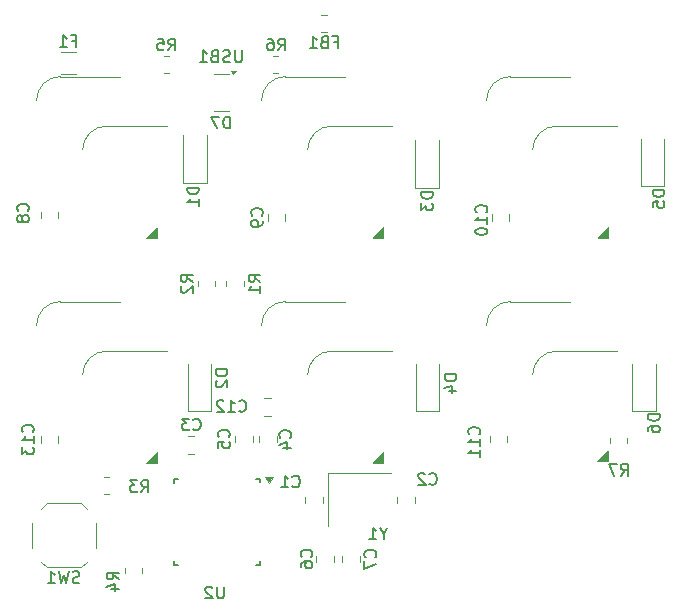
<source format=gbr>
G04 #@! TF.GenerationSoftware,KiCad,Pcbnew,8.0.2*
G04 #@! TF.CreationDate,2024-06-23T16:14:43-05:00*
G04 #@! TF.ProjectId,6KeyMacroPad,364b6579-4d61-4637-926f-5061642e6b69,rev?*
G04 #@! TF.SameCoordinates,Original*
G04 #@! TF.FileFunction,Legend,Bot*
G04 #@! TF.FilePolarity,Positive*
%FSLAX46Y46*%
G04 Gerber Fmt 4.6, Leading zero omitted, Abs format (unit mm)*
G04 Created by KiCad (PCBNEW 8.0.2) date 2024-06-23 16:14:43*
%MOMM*%
%LPD*%
G01*
G04 APERTURE LIST*
%ADD10C,0.150000*%
%ADD11C,0.120000*%
%ADD12C,0.100000*%
G04 APERTURE END LIST*
D10*
X149133332Y-116107200D02*
X148990475Y-116154819D01*
X148990475Y-116154819D02*
X148752380Y-116154819D01*
X148752380Y-116154819D02*
X148657142Y-116107200D01*
X148657142Y-116107200D02*
X148609523Y-116059580D01*
X148609523Y-116059580D02*
X148561904Y-115964342D01*
X148561904Y-115964342D02*
X148561904Y-115869104D01*
X148561904Y-115869104D02*
X148609523Y-115773866D01*
X148609523Y-115773866D02*
X148657142Y-115726247D01*
X148657142Y-115726247D02*
X148752380Y-115678628D01*
X148752380Y-115678628D02*
X148942856Y-115631009D01*
X148942856Y-115631009D02*
X149038094Y-115583390D01*
X149038094Y-115583390D02*
X149085713Y-115535771D01*
X149085713Y-115535771D02*
X149133332Y-115440533D01*
X149133332Y-115440533D02*
X149133332Y-115345295D01*
X149133332Y-115345295D02*
X149085713Y-115250057D01*
X149085713Y-115250057D02*
X149038094Y-115202438D01*
X149038094Y-115202438D02*
X148942856Y-115154819D01*
X148942856Y-115154819D02*
X148704761Y-115154819D01*
X148704761Y-115154819D02*
X148561904Y-115202438D01*
X148228570Y-115154819D02*
X147990475Y-116154819D01*
X147990475Y-116154819D02*
X147799999Y-115440533D01*
X147799999Y-115440533D02*
X147609523Y-116154819D01*
X147609523Y-116154819D02*
X147371428Y-115154819D01*
X146466666Y-116154819D02*
X147038094Y-116154819D01*
X146752380Y-116154819D02*
X146752380Y-115154819D01*
X146752380Y-115154819D02*
X146847618Y-115297676D01*
X146847618Y-115297676D02*
X146942856Y-115392914D01*
X146942856Y-115392914D02*
X147038094Y-115440533D01*
X178766666Y-107739580D02*
X178814285Y-107787200D01*
X178814285Y-107787200D02*
X178957142Y-107834819D01*
X178957142Y-107834819D02*
X179052380Y-107834819D01*
X179052380Y-107834819D02*
X179195237Y-107787200D01*
X179195237Y-107787200D02*
X179290475Y-107691961D01*
X179290475Y-107691961D02*
X179338094Y-107596723D01*
X179338094Y-107596723D02*
X179385713Y-107406247D01*
X179385713Y-107406247D02*
X179385713Y-107263390D01*
X179385713Y-107263390D02*
X179338094Y-107072914D01*
X179338094Y-107072914D02*
X179290475Y-106977676D01*
X179290475Y-106977676D02*
X179195237Y-106882438D01*
X179195237Y-106882438D02*
X179052380Y-106834819D01*
X179052380Y-106834819D02*
X178957142Y-106834819D01*
X178957142Y-106834819D02*
X178814285Y-106882438D01*
X178814285Y-106882438D02*
X178766666Y-106930057D01*
X178385713Y-106930057D02*
X178338094Y-106882438D01*
X178338094Y-106882438D02*
X178242856Y-106834819D01*
X178242856Y-106834819D02*
X178004761Y-106834819D01*
X178004761Y-106834819D02*
X177909523Y-106882438D01*
X177909523Y-106882438D02*
X177861904Y-106930057D01*
X177861904Y-106930057D02*
X177814285Y-107025295D01*
X177814285Y-107025295D02*
X177814285Y-107120533D01*
X177814285Y-107120533D02*
X177861904Y-107263390D01*
X177861904Y-107263390D02*
X178433332Y-107834819D01*
X178433332Y-107834819D02*
X177814285Y-107834819D01*
X161759580Y-103783333D02*
X161807200Y-103735714D01*
X161807200Y-103735714D02*
X161854819Y-103592857D01*
X161854819Y-103592857D02*
X161854819Y-103497619D01*
X161854819Y-103497619D02*
X161807200Y-103354762D01*
X161807200Y-103354762D02*
X161711961Y-103259524D01*
X161711961Y-103259524D02*
X161616723Y-103211905D01*
X161616723Y-103211905D02*
X161426247Y-103164286D01*
X161426247Y-103164286D02*
X161283390Y-103164286D01*
X161283390Y-103164286D02*
X161092914Y-103211905D01*
X161092914Y-103211905D02*
X160997676Y-103259524D01*
X160997676Y-103259524D02*
X160902438Y-103354762D01*
X160902438Y-103354762D02*
X160854819Y-103497619D01*
X160854819Y-103497619D02*
X160854819Y-103592857D01*
X160854819Y-103592857D02*
X160902438Y-103735714D01*
X160902438Y-103735714D02*
X160950057Y-103783333D01*
X160854819Y-104688095D02*
X160854819Y-104211905D01*
X160854819Y-104211905D02*
X161331009Y-104164286D01*
X161331009Y-104164286D02*
X161283390Y-104211905D01*
X161283390Y-104211905D02*
X161235771Y-104307143D01*
X161235771Y-104307143D02*
X161235771Y-104545238D01*
X161235771Y-104545238D02*
X161283390Y-104640476D01*
X161283390Y-104640476D02*
X161331009Y-104688095D01*
X161331009Y-104688095D02*
X161426247Y-104735714D01*
X161426247Y-104735714D02*
X161664342Y-104735714D01*
X161664342Y-104735714D02*
X161759580Y-104688095D01*
X161759580Y-104688095D02*
X161807200Y-104640476D01*
X161807200Y-104640476D02*
X161854819Y-104545238D01*
X161854819Y-104545238D02*
X161854819Y-104307143D01*
X161854819Y-104307143D02*
X161807200Y-104211905D01*
X161807200Y-104211905D02*
X161759580Y-104164286D01*
X154366666Y-108454819D02*
X154699999Y-107978628D01*
X154938094Y-108454819D02*
X154938094Y-107454819D01*
X154938094Y-107454819D02*
X154557142Y-107454819D01*
X154557142Y-107454819D02*
X154461904Y-107502438D01*
X154461904Y-107502438D02*
X154414285Y-107550057D01*
X154414285Y-107550057D02*
X154366666Y-107645295D01*
X154366666Y-107645295D02*
X154366666Y-107788152D01*
X154366666Y-107788152D02*
X154414285Y-107883390D01*
X154414285Y-107883390D02*
X154461904Y-107931009D01*
X154461904Y-107931009D02*
X154557142Y-107978628D01*
X154557142Y-107978628D02*
X154938094Y-107978628D01*
X154033332Y-107454819D02*
X153414285Y-107454819D01*
X153414285Y-107454819D02*
X153747618Y-107835771D01*
X153747618Y-107835771D02*
X153604761Y-107835771D01*
X153604761Y-107835771D02*
X153509523Y-107883390D01*
X153509523Y-107883390D02*
X153461904Y-107931009D01*
X153461904Y-107931009D02*
X153414285Y-108026247D01*
X153414285Y-108026247D02*
X153414285Y-108264342D01*
X153414285Y-108264342D02*
X153461904Y-108359580D01*
X153461904Y-108359580D02*
X153509523Y-108407200D01*
X153509523Y-108407200D02*
X153604761Y-108454819D01*
X153604761Y-108454819D02*
X153890475Y-108454819D01*
X153890475Y-108454819D02*
X153985713Y-108407200D01*
X153985713Y-108407200D02*
X154033332Y-108359580D01*
X152454819Y-115833333D02*
X151978628Y-115500000D01*
X152454819Y-115261905D02*
X151454819Y-115261905D01*
X151454819Y-115261905D02*
X151454819Y-115642857D01*
X151454819Y-115642857D02*
X151502438Y-115738095D01*
X151502438Y-115738095D02*
X151550057Y-115785714D01*
X151550057Y-115785714D02*
X151645295Y-115833333D01*
X151645295Y-115833333D02*
X151788152Y-115833333D01*
X151788152Y-115833333D02*
X151883390Y-115785714D01*
X151883390Y-115785714D02*
X151931009Y-115738095D01*
X151931009Y-115738095D02*
X151978628Y-115642857D01*
X151978628Y-115642857D02*
X151978628Y-115261905D01*
X151788152Y-116690476D02*
X152454819Y-116690476D01*
X151407200Y-116452381D02*
X152121485Y-116214286D01*
X152121485Y-116214286D02*
X152121485Y-116833333D01*
X158704819Y-90633333D02*
X158228628Y-90300000D01*
X158704819Y-90061905D02*
X157704819Y-90061905D01*
X157704819Y-90061905D02*
X157704819Y-90442857D01*
X157704819Y-90442857D02*
X157752438Y-90538095D01*
X157752438Y-90538095D02*
X157800057Y-90585714D01*
X157800057Y-90585714D02*
X157895295Y-90633333D01*
X157895295Y-90633333D02*
X158038152Y-90633333D01*
X158038152Y-90633333D02*
X158133390Y-90585714D01*
X158133390Y-90585714D02*
X158181009Y-90538095D01*
X158181009Y-90538095D02*
X158228628Y-90442857D01*
X158228628Y-90442857D02*
X158228628Y-90061905D01*
X157800057Y-91014286D02*
X157752438Y-91061905D01*
X157752438Y-91061905D02*
X157704819Y-91157143D01*
X157704819Y-91157143D02*
X157704819Y-91395238D01*
X157704819Y-91395238D02*
X157752438Y-91490476D01*
X157752438Y-91490476D02*
X157800057Y-91538095D01*
X157800057Y-91538095D02*
X157895295Y-91585714D01*
X157895295Y-91585714D02*
X157990533Y-91585714D01*
X157990533Y-91585714D02*
X158133390Y-91538095D01*
X158133390Y-91538095D02*
X158704819Y-90966667D01*
X158704819Y-90966667D02*
X158704819Y-91585714D01*
X161881094Y-77654819D02*
X161881094Y-76654819D01*
X161881094Y-76654819D02*
X161642999Y-76654819D01*
X161642999Y-76654819D02*
X161500142Y-76702438D01*
X161500142Y-76702438D02*
X161404904Y-76797676D01*
X161404904Y-76797676D02*
X161357285Y-76892914D01*
X161357285Y-76892914D02*
X161309666Y-77083390D01*
X161309666Y-77083390D02*
X161309666Y-77226247D01*
X161309666Y-77226247D02*
X161357285Y-77416723D01*
X161357285Y-77416723D02*
X161404904Y-77511961D01*
X161404904Y-77511961D02*
X161500142Y-77607200D01*
X161500142Y-77607200D02*
X161642999Y-77654819D01*
X161642999Y-77654819D02*
X161881094Y-77654819D01*
X160976332Y-76654819D02*
X160309666Y-76654819D01*
X160309666Y-76654819D02*
X160738237Y-77654819D01*
X144759580Y-84633333D02*
X144807200Y-84585714D01*
X144807200Y-84585714D02*
X144854819Y-84442857D01*
X144854819Y-84442857D02*
X144854819Y-84347619D01*
X144854819Y-84347619D02*
X144807200Y-84204762D01*
X144807200Y-84204762D02*
X144711961Y-84109524D01*
X144711961Y-84109524D02*
X144616723Y-84061905D01*
X144616723Y-84061905D02*
X144426247Y-84014286D01*
X144426247Y-84014286D02*
X144283390Y-84014286D01*
X144283390Y-84014286D02*
X144092914Y-84061905D01*
X144092914Y-84061905D02*
X143997676Y-84109524D01*
X143997676Y-84109524D02*
X143902438Y-84204762D01*
X143902438Y-84204762D02*
X143854819Y-84347619D01*
X143854819Y-84347619D02*
X143854819Y-84442857D01*
X143854819Y-84442857D02*
X143902438Y-84585714D01*
X143902438Y-84585714D02*
X143950057Y-84633333D01*
X144283390Y-85204762D02*
X144235771Y-85109524D01*
X144235771Y-85109524D02*
X144188152Y-85061905D01*
X144188152Y-85061905D02*
X144092914Y-85014286D01*
X144092914Y-85014286D02*
X144045295Y-85014286D01*
X144045295Y-85014286D02*
X143950057Y-85061905D01*
X143950057Y-85061905D02*
X143902438Y-85109524D01*
X143902438Y-85109524D02*
X143854819Y-85204762D01*
X143854819Y-85204762D02*
X143854819Y-85395238D01*
X143854819Y-85395238D02*
X143902438Y-85490476D01*
X143902438Y-85490476D02*
X143950057Y-85538095D01*
X143950057Y-85538095D02*
X144045295Y-85585714D01*
X144045295Y-85585714D02*
X144092914Y-85585714D01*
X144092914Y-85585714D02*
X144188152Y-85538095D01*
X144188152Y-85538095D02*
X144235771Y-85490476D01*
X144235771Y-85490476D02*
X144283390Y-85395238D01*
X144283390Y-85395238D02*
X144283390Y-85204762D01*
X144283390Y-85204762D02*
X144331009Y-85109524D01*
X144331009Y-85109524D02*
X144378628Y-85061905D01*
X144378628Y-85061905D02*
X144473866Y-85014286D01*
X144473866Y-85014286D02*
X144664342Y-85014286D01*
X144664342Y-85014286D02*
X144759580Y-85061905D01*
X144759580Y-85061905D02*
X144807200Y-85109524D01*
X144807200Y-85109524D02*
X144854819Y-85204762D01*
X144854819Y-85204762D02*
X144854819Y-85395238D01*
X144854819Y-85395238D02*
X144807200Y-85490476D01*
X144807200Y-85490476D02*
X144759580Y-85538095D01*
X144759580Y-85538095D02*
X144664342Y-85585714D01*
X144664342Y-85585714D02*
X144473866Y-85585714D01*
X144473866Y-85585714D02*
X144378628Y-85538095D01*
X144378628Y-85538095D02*
X144331009Y-85490476D01*
X144331009Y-85490476D02*
X144283390Y-85395238D01*
X167166666Y-107959580D02*
X167214285Y-108007200D01*
X167214285Y-108007200D02*
X167357142Y-108054819D01*
X167357142Y-108054819D02*
X167452380Y-108054819D01*
X167452380Y-108054819D02*
X167595237Y-108007200D01*
X167595237Y-108007200D02*
X167690475Y-107911961D01*
X167690475Y-107911961D02*
X167738094Y-107816723D01*
X167738094Y-107816723D02*
X167785713Y-107626247D01*
X167785713Y-107626247D02*
X167785713Y-107483390D01*
X167785713Y-107483390D02*
X167738094Y-107292914D01*
X167738094Y-107292914D02*
X167690475Y-107197676D01*
X167690475Y-107197676D02*
X167595237Y-107102438D01*
X167595237Y-107102438D02*
X167452380Y-107054819D01*
X167452380Y-107054819D02*
X167357142Y-107054819D01*
X167357142Y-107054819D02*
X167214285Y-107102438D01*
X167214285Y-107102438D02*
X167166666Y-107150057D01*
X166214285Y-108054819D02*
X166785713Y-108054819D01*
X166499999Y-108054819D02*
X166499999Y-107054819D01*
X166499999Y-107054819D02*
X166595237Y-107197676D01*
X166595237Y-107197676D02*
X166690475Y-107292914D01*
X166690475Y-107292914D02*
X166785713Y-107340533D01*
X158766666Y-103129580D02*
X158814285Y-103177200D01*
X158814285Y-103177200D02*
X158957142Y-103224819D01*
X158957142Y-103224819D02*
X159052380Y-103224819D01*
X159052380Y-103224819D02*
X159195237Y-103177200D01*
X159195237Y-103177200D02*
X159290475Y-103081961D01*
X159290475Y-103081961D02*
X159338094Y-102986723D01*
X159338094Y-102986723D02*
X159385713Y-102796247D01*
X159385713Y-102796247D02*
X159385713Y-102653390D01*
X159385713Y-102653390D02*
X159338094Y-102462914D01*
X159338094Y-102462914D02*
X159290475Y-102367676D01*
X159290475Y-102367676D02*
X159195237Y-102272438D01*
X159195237Y-102272438D02*
X159052380Y-102224819D01*
X159052380Y-102224819D02*
X158957142Y-102224819D01*
X158957142Y-102224819D02*
X158814285Y-102272438D01*
X158814285Y-102272438D02*
X158766666Y-102320057D01*
X158433332Y-102224819D02*
X157814285Y-102224819D01*
X157814285Y-102224819D02*
X158147618Y-102605771D01*
X158147618Y-102605771D02*
X158004761Y-102605771D01*
X158004761Y-102605771D02*
X157909523Y-102653390D01*
X157909523Y-102653390D02*
X157861904Y-102701009D01*
X157861904Y-102701009D02*
X157814285Y-102796247D01*
X157814285Y-102796247D02*
X157814285Y-103034342D01*
X157814285Y-103034342D02*
X157861904Y-103129580D01*
X157861904Y-103129580D02*
X157909523Y-103177200D01*
X157909523Y-103177200D02*
X158004761Y-103224819D01*
X158004761Y-103224819D02*
X158290475Y-103224819D01*
X158290475Y-103224819D02*
X158385713Y-103177200D01*
X158385713Y-103177200D02*
X158433332Y-103129580D01*
X145159580Y-103357142D02*
X145207200Y-103309523D01*
X145207200Y-103309523D02*
X145254819Y-103166666D01*
X145254819Y-103166666D02*
X145254819Y-103071428D01*
X145254819Y-103071428D02*
X145207200Y-102928571D01*
X145207200Y-102928571D02*
X145111961Y-102833333D01*
X145111961Y-102833333D02*
X145016723Y-102785714D01*
X145016723Y-102785714D02*
X144826247Y-102738095D01*
X144826247Y-102738095D02*
X144683390Y-102738095D01*
X144683390Y-102738095D02*
X144492914Y-102785714D01*
X144492914Y-102785714D02*
X144397676Y-102833333D01*
X144397676Y-102833333D02*
X144302438Y-102928571D01*
X144302438Y-102928571D02*
X144254819Y-103071428D01*
X144254819Y-103071428D02*
X144254819Y-103166666D01*
X144254819Y-103166666D02*
X144302438Y-103309523D01*
X144302438Y-103309523D02*
X144350057Y-103357142D01*
X145254819Y-104309523D02*
X145254819Y-103738095D01*
X145254819Y-104023809D02*
X144254819Y-104023809D01*
X144254819Y-104023809D02*
X144397676Y-103928571D01*
X144397676Y-103928571D02*
X144492914Y-103833333D01*
X144492914Y-103833333D02*
X144540533Y-103738095D01*
X144254819Y-104642857D02*
X144254819Y-105261904D01*
X144254819Y-105261904D02*
X144635771Y-104928571D01*
X144635771Y-104928571D02*
X144635771Y-105071428D01*
X144635771Y-105071428D02*
X144683390Y-105166666D01*
X144683390Y-105166666D02*
X144731009Y-105214285D01*
X144731009Y-105214285D02*
X144826247Y-105261904D01*
X144826247Y-105261904D02*
X145064342Y-105261904D01*
X145064342Y-105261904D02*
X145159580Y-105214285D01*
X145159580Y-105214285D02*
X145207200Y-105166666D01*
X145207200Y-105166666D02*
X145254819Y-105071428D01*
X145254819Y-105071428D02*
X145254819Y-104785714D01*
X145254819Y-104785714D02*
X145207200Y-104690476D01*
X145207200Y-104690476D02*
X145159580Y-104642857D01*
X166959580Y-103833333D02*
X167007200Y-103785714D01*
X167007200Y-103785714D02*
X167054819Y-103642857D01*
X167054819Y-103642857D02*
X167054819Y-103547619D01*
X167054819Y-103547619D02*
X167007200Y-103404762D01*
X167007200Y-103404762D02*
X166911961Y-103309524D01*
X166911961Y-103309524D02*
X166816723Y-103261905D01*
X166816723Y-103261905D02*
X166626247Y-103214286D01*
X166626247Y-103214286D02*
X166483390Y-103214286D01*
X166483390Y-103214286D02*
X166292914Y-103261905D01*
X166292914Y-103261905D02*
X166197676Y-103309524D01*
X166197676Y-103309524D02*
X166102438Y-103404762D01*
X166102438Y-103404762D02*
X166054819Y-103547619D01*
X166054819Y-103547619D02*
X166054819Y-103642857D01*
X166054819Y-103642857D02*
X166102438Y-103785714D01*
X166102438Y-103785714D02*
X166150057Y-103833333D01*
X166388152Y-104690476D02*
X167054819Y-104690476D01*
X166007200Y-104452381D02*
X166721485Y-104214286D01*
X166721485Y-104214286D02*
X166721485Y-104833333D01*
X165966666Y-71054819D02*
X166299999Y-70578628D01*
X166538094Y-71054819D02*
X166538094Y-70054819D01*
X166538094Y-70054819D02*
X166157142Y-70054819D01*
X166157142Y-70054819D02*
X166061904Y-70102438D01*
X166061904Y-70102438D02*
X166014285Y-70150057D01*
X166014285Y-70150057D02*
X165966666Y-70245295D01*
X165966666Y-70245295D02*
X165966666Y-70388152D01*
X165966666Y-70388152D02*
X166014285Y-70483390D01*
X166014285Y-70483390D02*
X166061904Y-70531009D01*
X166061904Y-70531009D02*
X166157142Y-70578628D01*
X166157142Y-70578628D02*
X166538094Y-70578628D01*
X165109523Y-70054819D02*
X165299999Y-70054819D01*
X165299999Y-70054819D02*
X165395237Y-70102438D01*
X165395237Y-70102438D02*
X165442856Y-70150057D01*
X165442856Y-70150057D02*
X165538094Y-70292914D01*
X165538094Y-70292914D02*
X165585713Y-70483390D01*
X165585713Y-70483390D02*
X165585713Y-70864342D01*
X165585713Y-70864342D02*
X165538094Y-70959580D01*
X165538094Y-70959580D02*
X165490475Y-71007200D01*
X165490475Y-71007200D02*
X165395237Y-71054819D01*
X165395237Y-71054819D02*
X165204761Y-71054819D01*
X165204761Y-71054819D02*
X165109523Y-71007200D01*
X165109523Y-71007200D02*
X165061904Y-70959580D01*
X165061904Y-70959580D02*
X165014285Y-70864342D01*
X165014285Y-70864342D02*
X165014285Y-70626247D01*
X165014285Y-70626247D02*
X165061904Y-70531009D01*
X165061904Y-70531009D02*
X165109523Y-70483390D01*
X165109523Y-70483390D02*
X165204761Y-70435771D01*
X165204761Y-70435771D02*
X165395237Y-70435771D01*
X165395237Y-70435771D02*
X165490475Y-70483390D01*
X165490475Y-70483390D02*
X165538094Y-70531009D01*
X165538094Y-70531009D02*
X165585713Y-70626247D01*
X170695833Y-70331009D02*
X171029166Y-70331009D01*
X171029166Y-70854819D02*
X171029166Y-69854819D01*
X171029166Y-69854819D02*
X170552976Y-69854819D01*
X169838690Y-70331009D02*
X169695833Y-70378628D01*
X169695833Y-70378628D02*
X169648214Y-70426247D01*
X169648214Y-70426247D02*
X169600595Y-70521485D01*
X169600595Y-70521485D02*
X169600595Y-70664342D01*
X169600595Y-70664342D02*
X169648214Y-70759580D01*
X169648214Y-70759580D02*
X169695833Y-70807200D01*
X169695833Y-70807200D02*
X169791071Y-70854819D01*
X169791071Y-70854819D02*
X170172023Y-70854819D01*
X170172023Y-70854819D02*
X170172023Y-69854819D01*
X170172023Y-69854819D02*
X169838690Y-69854819D01*
X169838690Y-69854819D02*
X169743452Y-69902438D01*
X169743452Y-69902438D02*
X169695833Y-69950057D01*
X169695833Y-69950057D02*
X169648214Y-70045295D01*
X169648214Y-70045295D02*
X169648214Y-70140533D01*
X169648214Y-70140533D02*
X169695833Y-70235771D01*
X169695833Y-70235771D02*
X169743452Y-70283390D01*
X169743452Y-70283390D02*
X169838690Y-70331009D01*
X169838690Y-70331009D02*
X170172023Y-70331009D01*
X168648214Y-70854819D02*
X169219642Y-70854819D01*
X168933928Y-70854819D02*
X168933928Y-69854819D01*
X168933928Y-69854819D02*
X169029166Y-69997676D01*
X169029166Y-69997676D02*
X169124404Y-70092914D01*
X169124404Y-70092914D02*
X169219642Y-70140533D01*
X174876190Y-111978628D02*
X174876190Y-112454819D01*
X175209523Y-111454819D02*
X174876190Y-111978628D01*
X174876190Y-111978628D02*
X174542857Y-111454819D01*
X173685714Y-112454819D02*
X174257142Y-112454819D01*
X173971428Y-112454819D02*
X173971428Y-111454819D01*
X173971428Y-111454819D02*
X174066666Y-111597676D01*
X174066666Y-111597676D02*
X174161904Y-111692914D01*
X174161904Y-111692914D02*
X174257142Y-111740533D01*
X181048569Y-98480655D02*
X180048569Y-98480655D01*
X180048569Y-98480655D02*
X180048569Y-98718750D01*
X180048569Y-98718750D02*
X180096188Y-98861607D01*
X180096188Y-98861607D02*
X180191426Y-98956845D01*
X180191426Y-98956845D02*
X180286664Y-99004464D01*
X180286664Y-99004464D02*
X180477140Y-99052083D01*
X180477140Y-99052083D02*
X180619997Y-99052083D01*
X180619997Y-99052083D02*
X180810473Y-99004464D01*
X180810473Y-99004464D02*
X180905711Y-98956845D01*
X180905711Y-98956845D02*
X181000950Y-98861607D01*
X181000950Y-98861607D02*
X181048569Y-98718750D01*
X181048569Y-98718750D02*
X181048569Y-98480655D01*
X180381902Y-99909226D02*
X181048569Y-99909226D01*
X180000950Y-99671131D02*
X180715235Y-99433036D01*
X180715235Y-99433036D02*
X180715235Y-100052083D01*
X198654819Y-82861905D02*
X197654819Y-82861905D01*
X197654819Y-82861905D02*
X197654819Y-83100000D01*
X197654819Y-83100000D02*
X197702438Y-83242857D01*
X197702438Y-83242857D02*
X197797676Y-83338095D01*
X197797676Y-83338095D02*
X197892914Y-83385714D01*
X197892914Y-83385714D02*
X198083390Y-83433333D01*
X198083390Y-83433333D02*
X198226247Y-83433333D01*
X198226247Y-83433333D02*
X198416723Y-83385714D01*
X198416723Y-83385714D02*
X198511961Y-83338095D01*
X198511961Y-83338095D02*
X198607200Y-83242857D01*
X198607200Y-83242857D02*
X198654819Y-83100000D01*
X198654819Y-83100000D02*
X198654819Y-82861905D01*
X197654819Y-84338095D02*
X197654819Y-83861905D01*
X197654819Y-83861905D02*
X198131009Y-83814286D01*
X198131009Y-83814286D02*
X198083390Y-83861905D01*
X198083390Y-83861905D02*
X198035771Y-83957143D01*
X198035771Y-83957143D02*
X198035771Y-84195238D01*
X198035771Y-84195238D02*
X198083390Y-84290476D01*
X198083390Y-84290476D02*
X198131009Y-84338095D01*
X198131009Y-84338095D02*
X198226247Y-84385714D01*
X198226247Y-84385714D02*
X198464342Y-84385714D01*
X198464342Y-84385714D02*
X198559580Y-84338095D01*
X198559580Y-84338095D02*
X198607200Y-84290476D01*
X198607200Y-84290476D02*
X198654819Y-84195238D01*
X198654819Y-84195238D02*
X198654819Y-83957143D01*
X198654819Y-83957143D02*
X198607200Y-83861905D01*
X198607200Y-83861905D02*
X198559580Y-83814286D01*
X179054819Y-83061905D02*
X178054819Y-83061905D01*
X178054819Y-83061905D02*
X178054819Y-83300000D01*
X178054819Y-83300000D02*
X178102438Y-83442857D01*
X178102438Y-83442857D02*
X178197676Y-83538095D01*
X178197676Y-83538095D02*
X178292914Y-83585714D01*
X178292914Y-83585714D02*
X178483390Y-83633333D01*
X178483390Y-83633333D02*
X178626247Y-83633333D01*
X178626247Y-83633333D02*
X178816723Y-83585714D01*
X178816723Y-83585714D02*
X178911961Y-83538095D01*
X178911961Y-83538095D02*
X179007200Y-83442857D01*
X179007200Y-83442857D02*
X179054819Y-83300000D01*
X179054819Y-83300000D02*
X179054819Y-83061905D01*
X178054819Y-83966667D02*
X178054819Y-84585714D01*
X178054819Y-84585714D02*
X178435771Y-84252381D01*
X178435771Y-84252381D02*
X178435771Y-84395238D01*
X178435771Y-84395238D02*
X178483390Y-84490476D01*
X178483390Y-84490476D02*
X178531009Y-84538095D01*
X178531009Y-84538095D02*
X178626247Y-84585714D01*
X178626247Y-84585714D02*
X178864342Y-84585714D01*
X178864342Y-84585714D02*
X178959580Y-84538095D01*
X178959580Y-84538095D02*
X179007200Y-84490476D01*
X179007200Y-84490476D02*
X179054819Y-84395238D01*
X179054819Y-84395238D02*
X179054819Y-84109524D01*
X179054819Y-84109524D02*
X179007200Y-84014286D01*
X179007200Y-84014286D02*
X178959580Y-83966667D01*
X164454819Y-90633333D02*
X163978628Y-90300000D01*
X164454819Y-90061905D02*
X163454819Y-90061905D01*
X163454819Y-90061905D02*
X163454819Y-90442857D01*
X163454819Y-90442857D02*
X163502438Y-90538095D01*
X163502438Y-90538095D02*
X163550057Y-90585714D01*
X163550057Y-90585714D02*
X163645295Y-90633333D01*
X163645295Y-90633333D02*
X163788152Y-90633333D01*
X163788152Y-90633333D02*
X163883390Y-90585714D01*
X163883390Y-90585714D02*
X163931009Y-90538095D01*
X163931009Y-90538095D02*
X163978628Y-90442857D01*
X163978628Y-90442857D02*
X163978628Y-90061905D01*
X164454819Y-91585714D02*
X164454819Y-91014286D01*
X164454819Y-91300000D02*
X163454819Y-91300000D01*
X163454819Y-91300000D02*
X163597676Y-91204762D01*
X163597676Y-91204762D02*
X163692914Y-91109524D01*
X163692914Y-91109524D02*
X163740533Y-91014286D01*
X156666666Y-71054819D02*
X156999999Y-70578628D01*
X157238094Y-71054819D02*
X157238094Y-70054819D01*
X157238094Y-70054819D02*
X156857142Y-70054819D01*
X156857142Y-70054819D02*
X156761904Y-70102438D01*
X156761904Y-70102438D02*
X156714285Y-70150057D01*
X156714285Y-70150057D02*
X156666666Y-70245295D01*
X156666666Y-70245295D02*
X156666666Y-70388152D01*
X156666666Y-70388152D02*
X156714285Y-70483390D01*
X156714285Y-70483390D02*
X156761904Y-70531009D01*
X156761904Y-70531009D02*
X156857142Y-70578628D01*
X156857142Y-70578628D02*
X157238094Y-70578628D01*
X155761904Y-70054819D02*
X156238094Y-70054819D01*
X156238094Y-70054819D02*
X156285713Y-70531009D01*
X156285713Y-70531009D02*
X156238094Y-70483390D01*
X156238094Y-70483390D02*
X156142856Y-70435771D01*
X156142856Y-70435771D02*
X155904761Y-70435771D01*
X155904761Y-70435771D02*
X155809523Y-70483390D01*
X155809523Y-70483390D02*
X155761904Y-70531009D01*
X155761904Y-70531009D02*
X155714285Y-70626247D01*
X155714285Y-70626247D02*
X155714285Y-70864342D01*
X155714285Y-70864342D02*
X155761904Y-70959580D01*
X155761904Y-70959580D02*
X155809523Y-71007200D01*
X155809523Y-71007200D02*
X155904761Y-71054819D01*
X155904761Y-71054819D02*
X156142856Y-71054819D01*
X156142856Y-71054819D02*
X156238094Y-71007200D01*
X156238094Y-71007200D02*
X156285713Y-70959580D01*
X162642857Y-101559580D02*
X162690476Y-101607200D01*
X162690476Y-101607200D02*
X162833333Y-101654819D01*
X162833333Y-101654819D02*
X162928571Y-101654819D01*
X162928571Y-101654819D02*
X163071428Y-101607200D01*
X163071428Y-101607200D02*
X163166666Y-101511961D01*
X163166666Y-101511961D02*
X163214285Y-101416723D01*
X163214285Y-101416723D02*
X163261904Y-101226247D01*
X163261904Y-101226247D02*
X163261904Y-101083390D01*
X163261904Y-101083390D02*
X163214285Y-100892914D01*
X163214285Y-100892914D02*
X163166666Y-100797676D01*
X163166666Y-100797676D02*
X163071428Y-100702438D01*
X163071428Y-100702438D02*
X162928571Y-100654819D01*
X162928571Y-100654819D02*
X162833333Y-100654819D01*
X162833333Y-100654819D02*
X162690476Y-100702438D01*
X162690476Y-100702438D02*
X162642857Y-100750057D01*
X161690476Y-101654819D02*
X162261904Y-101654819D01*
X161976190Y-101654819D02*
X161976190Y-100654819D01*
X161976190Y-100654819D02*
X162071428Y-100797676D01*
X162071428Y-100797676D02*
X162166666Y-100892914D01*
X162166666Y-100892914D02*
X162261904Y-100940533D01*
X161309523Y-100750057D02*
X161261904Y-100702438D01*
X161261904Y-100702438D02*
X161166666Y-100654819D01*
X161166666Y-100654819D02*
X160928571Y-100654819D01*
X160928571Y-100654819D02*
X160833333Y-100702438D01*
X160833333Y-100702438D02*
X160785714Y-100750057D01*
X160785714Y-100750057D02*
X160738095Y-100845295D01*
X160738095Y-100845295D02*
X160738095Y-100940533D01*
X160738095Y-100940533D02*
X160785714Y-101083390D01*
X160785714Y-101083390D02*
X161357142Y-101654819D01*
X161357142Y-101654819D02*
X160738095Y-101654819D01*
X198254819Y-101861905D02*
X197254819Y-101861905D01*
X197254819Y-101861905D02*
X197254819Y-102100000D01*
X197254819Y-102100000D02*
X197302438Y-102242857D01*
X197302438Y-102242857D02*
X197397676Y-102338095D01*
X197397676Y-102338095D02*
X197492914Y-102385714D01*
X197492914Y-102385714D02*
X197683390Y-102433333D01*
X197683390Y-102433333D02*
X197826247Y-102433333D01*
X197826247Y-102433333D02*
X198016723Y-102385714D01*
X198016723Y-102385714D02*
X198111961Y-102338095D01*
X198111961Y-102338095D02*
X198207200Y-102242857D01*
X198207200Y-102242857D02*
X198254819Y-102100000D01*
X198254819Y-102100000D02*
X198254819Y-101861905D01*
X197254819Y-103290476D02*
X197254819Y-103100000D01*
X197254819Y-103100000D02*
X197302438Y-103004762D01*
X197302438Y-103004762D02*
X197350057Y-102957143D01*
X197350057Y-102957143D02*
X197492914Y-102861905D01*
X197492914Y-102861905D02*
X197683390Y-102814286D01*
X197683390Y-102814286D02*
X198064342Y-102814286D01*
X198064342Y-102814286D02*
X198159580Y-102861905D01*
X198159580Y-102861905D02*
X198207200Y-102909524D01*
X198207200Y-102909524D02*
X198254819Y-103004762D01*
X198254819Y-103004762D02*
X198254819Y-103195238D01*
X198254819Y-103195238D02*
X198207200Y-103290476D01*
X198207200Y-103290476D02*
X198159580Y-103338095D01*
X198159580Y-103338095D02*
X198064342Y-103385714D01*
X198064342Y-103385714D02*
X197826247Y-103385714D01*
X197826247Y-103385714D02*
X197731009Y-103338095D01*
X197731009Y-103338095D02*
X197683390Y-103290476D01*
X197683390Y-103290476D02*
X197635771Y-103195238D01*
X197635771Y-103195238D02*
X197635771Y-103004762D01*
X197635771Y-103004762D02*
X197683390Y-102909524D01*
X197683390Y-102909524D02*
X197731009Y-102861905D01*
X197731009Y-102861905D02*
X197826247Y-102814286D01*
X159254819Y-82661905D02*
X158254819Y-82661905D01*
X158254819Y-82661905D02*
X158254819Y-82900000D01*
X158254819Y-82900000D02*
X158302438Y-83042857D01*
X158302438Y-83042857D02*
X158397676Y-83138095D01*
X158397676Y-83138095D02*
X158492914Y-83185714D01*
X158492914Y-83185714D02*
X158683390Y-83233333D01*
X158683390Y-83233333D02*
X158826247Y-83233333D01*
X158826247Y-83233333D02*
X159016723Y-83185714D01*
X159016723Y-83185714D02*
X159111961Y-83138095D01*
X159111961Y-83138095D02*
X159207200Y-83042857D01*
X159207200Y-83042857D02*
X159254819Y-82900000D01*
X159254819Y-82900000D02*
X159254819Y-82661905D01*
X159254819Y-84185714D02*
X159254819Y-83614286D01*
X159254819Y-83900000D02*
X158254819Y-83900000D01*
X158254819Y-83900000D02*
X158397676Y-83804762D01*
X158397676Y-83804762D02*
X158492914Y-83709524D01*
X158492914Y-83709524D02*
X158540533Y-83614286D01*
X183559580Y-84757142D02*
X183607200Y-84709523D01*
X183607200Y-84709523D02*
X183654819Y-84566666D01*
X183654819Y-84566666D02*
X183654819Y-84471428D01*
X183654819Y-84471428D02*
X183607200Y-84328571D01*
X183607200Y-84328571D02*
X183511961Y-84233333D01*
X183511961Y-84233333D02*
X183416723Y-84185714D01*
X183416723Y-84185714D02*
X183226247Y-84138095D01*
X183226247Y-84138095D02*
X183083390Y-84138095D01*
X183083390Y-84138095D02*
X182892914Y-84185714D01*
X182892914Y-84185714D02*
X182797676Y-84233333D01*
X182797676Y-84233333D02*
X182702438Y-84328571D01*
X182702438Y-84328571D02*
X182654819Y-84471428D01*
X182654819Y-84471428D02*
X182654819Y-84566666D01*
X182654819Y-84566666D02*
X182702438Y-84709523D01*
X182702438Y-84709523D02*
X182750057Y-84757142D01*
X183654819Y-85709523D02*
X183654819Y-85138095D01*
X183654819Y-85423809D02*
X182654819Y-85423809D01*
X182654819Y-85423809D02*
X182797676Y-85328571D01*
X182797676Y-85328571D02*
X182892914Y-85233333D01*
X182892914Y-85233333D02*
X182940533Y-85138095D01*
X182654819Y-86328571D02*
X182654819Y-86423809D01*
X182654819Y-86423809D02*
X182702438Y-86519047D01*
X182702438Y-86519047D02*
X182750057Y-86566666D01*
X182750057Y-86566666D02*
X182845295Y-86614285D01*
X182845295Y-86614285D02*
X183035771Y-86661904D01*
X183035771Y-86661904D02*
X183273866Y-86661904D01*
X183273866Y-86661904D02*
X183464342Y-86614285D01*
X183464342Y-86614285D02*
X183559580Y-86566666D01*
X183559580Y-86566666D02*
X183607200Y-86519047D01*
X183607200Y-86519047D02*
X183654819Y-86423809D01*
X183654819Y-86423809D02*
X183654819Y-86328571D01*
X183654819Y-86328571D02*
X183607200Y-86233333D01*
X183607200Y-86233333D02*
X183559580Y-86185714D01*
X183559580Y-86185714D02*
X183464342Y-86138095D01*
X183464342Y-86138095D02*
X183273866Y-86090476D01*
X183273866Y-86090476D02*
X183035771Y-86090476D01*
X183035771Y-86090476D02*
X182845295Y-86138095D01*
X182845295Y-86138095D02*
X182750057Y-86185714D01*
X182750057Y-86185714D02*
X182702438Y-86233333D01*
X182702438Y-86233333D02*
X182654819Y-86328571D01*
X182959580Y-103557142D02*
X183007200Y-103509523D01*
X183007200Y-103509523D02*
X183054819Y-103366666D01*
X183054819Y-103366666D02*
X183054819Y-103271428D01*
X183054819Y-103271428D02*
X183007200Y-103128571D01*
X183007200Y-103128571D02*
X182911961Y-103033333D01*
X182911961Y-103033333D02*
X182816723Y-102985714D01*
X182816723Y-102985714D02*
X182626247Y-102938095D01*
X182626247Y-102938095D02*
X182483390Y-102938095D01*
X182483390Y-102938095D02*
X182292914Y-102985714D01*
X182292914Y-102985714D02*
X182197676Y-103033333D01*
X182197676Y-103033333D02*
X182102438Y-103128571D01*
X182102438Y-103128571D02*
X182054819Y-103271428D01*
X182054819Y-103271428D02*
X182054819Y-103366666D01*
X182054819Y-103366666D02*
X182102438Y-103509523D01*
X182102438Y-103509523D02*
X182150057Y-103557142D01*
X183054819Y-104509523D02*
X183054819Y-103938095D01*
X183054819Y-104223809D02*
X182054819Y-104223809D01*
X182054819Y-104223809D02*
X182197676Y-104128571D01*
X182197676Y-104128571D02*
X182292914Y-104033333D01*
X182292914Y-104033333D02*
X182340533Y-103938095D01*
X183054819Y-105461904D02*
X183054819Y-104890476D01*
X183054819Y-105176190D02*
X182054819Y-105176190D01*
X182054819Y-105176190D02*
X182197676Y-105080952D01*
X182197676Y-105080952D02*
X182292914Y-104985714D01*
X182292914Y-104985714D02*
X182340533Y-104890476D01*
X148533333Y-70247009D02*
X148866666Y-70247009D01*
X148866666Y-70770819D02*
X148866666Y-69770819D01*
X148866666Y-69770819D02*
X148390476Y-69770819D01*
X147485714Y-70770819D02*
X148057142Y-70770819D01*
X147771428Y-70770819D02*
X147771428Y-69770819D01*
X147771428Y-69770819D02*
X147866666Y-69913676D01*
X147866666Y-69913676D02*
X147961904Y-70008914D01*
X147961904Y-70008914D02*
X148057142Y-70056533D01*
X164559580Y-85033333D02*
X164607200Y-84985714D01*
X164607200Y-84985714D02*
X164654819Y-84842857D01*
X164654819Y-84842857D02*
X164654819Y-84747619D01*
X164654819Y-84747619D02*
X164607200Y-84604762D01*
X164607200Y-84604762D02*
X164511961Y-84509524D01*
X164511961Y-84509524D02*
X164416723Y-84461905D01*
X164416723Y-84461905D02*
X164226247Y-84414286D01*
X164226247Y-84414286D02*
X164083390Y-84414286D01*
X164083390Y-84414286D02*
X163892914Y-84461905D01*
X163892914Y-84461905D02*
X163797676Y-84509524D01*
X163797676Y-84509524D02*
X163702438Y-84604762D01*
X163702438Y-84604762D02*
X163654819Y-84747619D01*
X163654819Y-84747619D02*
X163654819Y-84842857D01*
X163654819Y-84842857D02*
X163702438Y-84985714D01*
X163702438Y-84985714D02*
X163750057Y-85033333D01*
X164654819Y-85509524D02*
X164654819Y-85700000D01*
X164654819Y-85700000D02*
X164607200Y-85795238D01*
X164607200Y-85795238D02*
X164559580Y-85842857D01*
X164559580Y-85842857D02*
X164416723Y-85938095D01*
X164416723Y-85938095D02*
X164226247Y-85985714D01*
X164226247Y-85985714D02*
X163845295Y-85985714D01*
X163845295Y-85985714D02*
X163750057Y-85938095D01*
X163750057Y-85938095D02*
X163702438Y-85890476D01*
X163702438Y-85890476D02*
X163654819Y-85795238D01*
X163654819Y-85795238D02*
X163654819Y-85604762D01*
X163654819Y-85604762D02*
X163702438Y-85509524D01*
X163702438Y-85509524D02*
X163750057Y-85461905D01*
X163750057Y-85461905D02*
X163845295Y-85414286D01*
X163845295Y-85414286D02*
X164083390Y-85414286D01*
X164083390Y-85414286D02*
X164178628Y-85461905D01*
X164178628Y-85461905D02*
X164226247Y-85509524D01*
X164226247Y-85509524D02*
X164273866Y-85604762D01*
X164273866Y-85604762D02*
X164273866Y-85795238D01*
X164273866Y-85795238D02*
X164226247Y-85890476D01*
X164226247Y-85890476D02*
X164178628Y-85938095D01*
X164178628Y-85938095D02*
X164083390Y-85985714D01*
X162869344Y-71054819D02*
X162869344Y-71864342D01*
X162869344Y-71864342D02*
X162821725Y-71959580D01*
X162821725Y-71959580D02*
X162774106Y-72007200D01*
X162774106Y-72007200D02*
X162678868Y-72054819D01*
X162678868Y-72054819D02*
X162488392Y-72054819D01*
X162488392Y-72054819D02*
X162393154Y-72007200D01*
X162393154Y-72007200D02*
X162345535Y-71959580D01*
X162345535Y-71959580D02*
X162297916Y-71864342D01*
X162297916Y-71864342D02*
X162297916Y-71054819D01*
X161869344Y-72007200D02*
X161726487Y-72054819D01*
X161726487Y-72054819D02*
X161488392Y-72054819D01*
X161488392Y-72054819D02*
X161393154Y-72007200D01*
X161393154Y-72007200D02*
X161345535Y-71959580D01*
X161345535Y-71959580D02*
X161297916Y-71864342D01*
X161297916Y-71864342D02*
X161297916Y-71769104D01*
X161297916Y-71769104D02*
X161345535Y-71673866D01*
X161345535Y-71673866D02*
X161393154Y-71626247D01*
X161393154Y-71626247D02*
X161488392Y-71578628D01*
X161488392Y-71578628D02*
X161678868Y-71531009D01*
X161678868Y-71531009D02*
X161774106Y-71483390D01*
X161774106Y-71483390D02*
X161821725Y-71435771D01*
X161821725Y-71435771D02*
X161869344Y-71340533D01*
X161869344Y-71340533D02*
X161869344Y-71245295D01*
X161869344Y-71245295D02*
X161821725Y-71150057D01*
X161821725Y-71150057D02*
X161774106Y-71102438D01*
X161774106Y-71102438D02*
X161678868Y-71054819D01*
X161678868Y-71054819D02*
X161440773Y-71054819D01*
X161440773Y-71054819D02*
X161297916Y-71102438D01*
X160536011Y-71531009D02*
X160393154Y-71578628D01*
X160393154Y-71578628D02*
X160345535Y-71626247D01*
X160345535Y-71626247D02*
X160297916Y-71721485D01*
X160297916Y-71721485D02*
X160297916Y-71864342D01*
X160297916Y-71864342D02*
X160345535Y-71959580D01*
X160345535Y-71959580D02*
X160393154Y-72007200D01*
X160393154Y-72007200D02*
X160488392Y-72054819D01*
X160488392Y-72054819D02*
X160869344Y-72054819D01*
X160869344Y-72054819D02*
X160869344Y-71054819D01*
X160869344Y-71054819D02*
X160536011Y-71054819D01*
X160536011Y-71054819D02*
X160440773Y-71102438D01*
X160440773Y-71102438D02*
X160393154Y-71150057D01*
X160393154Y-71150057D02*
X160345535Y-71245295D01*
X160345535Y-71245295D02*
X160345535Y-71340533D01*
X160345535Y-71340533D02*
X160393154Y-71435771D01*
X160393154Y-71435771D02*
X160440773Y-71483390D01*
X160440773Y-71483390D02*
X160536011Y-71531009D01*
X160536011Y-71531009D02*
X160869344Y-71531009D01*
X159345535Y-72054819D02*
X159916963Y-72054819D01*
X159631249Y-72054819D02*
X159631249Y-71054819D01*
X159631249Y-71054819D02*
X159726487Y-71197676D01*
X159726487Y-71197676D02*
X159821725Y-71292914D01*
X159821725Y-71292914D02*
X159916963Y-71340533D01*
X174164580Y-113958333D02*
X174212200Y-113910714D01*
X174212200Y-113910714D02*
X174259819Y-113767857D01*
X174259819Y-113767857D02*
X174259819Y-113672619D01*
X174259819Y-113672619D02*
X174212200Y-113529762D01*
X174212200Y-113529762D02*
X174116961Y-113434524D01*
X174116961Y-113434524D02*
X174021723Y-113386905D01*
X174021723Y-113386905D02*
X173831247Y-113339286D01*
X173831247Y-113339286D02*
X173688390Y-113339286D01*
X173688390Y-113339286D02*
X173497914Y-113386905D01*
X173497914Y-113386905D02*
X173402676Y-113434524D01*
X173402676Y-113434524D02*
X173307438Y-113529762D01*
X173307438Y-113529762D02*
X173259819Y-113672619D01*
X173259819Y-113672619D02*
X173259819Y-113767857D01*
X173259819Y-113767857D02*
X173307438Y-113910714D01*
X173307438Y-113910714D02*
X173355057Y-113958333D01*
X173259819Y-114291667D02*
X173259819Y-114958333D01*
X173259819Y-114958333D02*
X174259819Y-114529762D01*
X168759580Y-113933333D02*
X168807200Y-113885714D01*
X168807200Y-113885714D02*
X168854819Y-113742857D01*
X168854819Y-113742857D02*
X168854819Y-113647619D01*
X168854819Y-113647619D02*
X168807200Y-113504762D01*
X168807200Y-113504762D02*
X168711961Y-113409524D01*
X168711961Y-113409524D02*
X168616723Y-113361905D01*
X168616723Y-113361905D02*
X168426247Y-113314286D01*
X168426247Y-113314286D02*
X168283390Y-113314286D01*
X168283390Y-113314286D02*
X168092914Y-113361905D01*
X168092914Y-113361905D02*
X167997676Y-113409524D01*
X167997676Y-113409524D02*
X167902438Y-113504762D01*
X167902438Y-113504762D02*
X167854819Y-113647619D01*
X167854819Y-113647619D02*
X167854819Y-113742857D01*
X167854819Y-113742857D02*
X167902438Y-113885714D01*
X167902438Y-113885714D02*
X167950057Y-113933333D01*
X167854819Y-114790476D02*
X167854819Y-114600000D01*
X167854819Y-114600000D02*
X167902438Y-114504762D01*
X167902438Y-114504762D02*
X167950057Y-114457143D01*
X167950057Y-114457143D02*
X168092914Y-114361905D01*
X168092914Y-114361905D02*
X168283390Y-114314286D01*
X168283390Y-114314286D02*
X168664342Y-114314286D01*
X168664342Y-114314286D02*
X168759580Y-114361905D01*
X168759580Y-114361905D02*
X168807200Y-114409524D01*
X168807200Y-114409524D02*
X168854819Y-114504762D01*
X168854819Y-114504762D02*
X168854819Y-114695238D01*
X168854819Y-114695238D02*
X168807200Y-114790476D01*
X168807200Y-114790476D02*
X168759580Y-114838095D01*
X168759580Y-114838095D02*
X168664342Y-114885714D01*
X168664342Y-114885714D02*
X168426247Y-114885714D01*
X168426247Y-114885714D02*
X168331009Y-114838095D01*
X168331009Y-114838095D02*
X168283390Y-114790476D01*
X168283390Y-114790476D02*
X168235771Y-114695238D01*
X168235771Y-114695238D02*
X168235771Y-114504762D01*
X168235771Y-114504762D02*
X168283390Y-114409524D01*
X168283390Y-114409524D02*
X168331009Y-114361905D01*
X168331009Y-114361905D02*
X168426247Y-114314286D01*
X161361904Y-116454819D02*
X161361904Y-117264342D01*
X161361904Y-117264342D02*
X161314285Y-117359580D01*
X161314285Y-117359580D02*
X161266666Y-117407200D01*
X161266666Y-117407200D02*
X161171428Y-117454819D01*
X161171428Y-117454819D02*
X160980952Y-117454819D01*
X160980952Y-117454819D02*
X160885714Y-117407200D01*
X160885714Y-117407200D02*
X160838095Y-117359580D01*
X160838095Y-117359580D02*
X160790476Y-117264342D01*
X160790476Y-117264342D02*
X160790476Y-116454819D01*
X160361904Y-116550057D02*
X160314285Y-116502438D01*
X160314285Y-116502438D02*
X160219047Y-116454819D01*
X160219047Y-116454819D02*
X159980952Y-116454819D01*
X159980952Y-116454819D02*
X159885714Y-116502438D01*
X159885714Y-116502438D02*
X159838095Y-116550057D01*
X159838095Y-116550057D02*
X159790476Y-116645295D01*
X159790476Y-116645295D02*
X159790476Y-116740533D01*
X159790476Y-116740533D02*
X159838095Y-116883390D01*
X159838095Y-116883390D02*
X160409523Y-117454819D01*
X160409523Y-117454819D02*
X159790476Y-117454819D01*
X161654819Y-98061905D02*
X160654819Y-98061905D01*
X160654819Y-98061905D02*
X160654819Y-98300000D01*
X160654819Y-98300000D02*
X160702438Y-98442857D01*
X160702438Y-98442857D02*
X160797676Y-98538095D01*
X160797676Y-98538095D02*
X160892914Y-98585714D01*
X160892914Y-98585714D02*
X161083390Y-98633333D01*
X161083390Y-98633333D02*
X161226247Y-98633333D01*
X161226247Y-98633333D02*
X161416723Y-98585714D01*
X161416723Y-98585714D02*
X161511961Y-98538095D01*
X161511961Y-98538095D02*
X161607200Y-98442857D01*
X161607200Y-98442857D02*
X161654819Y-98300000D01*
X161654819Y-98300000D02*
X161654819Y-98061905D01*
X160750057Y-99014286D02*
X160702438Y-99061905D01*
X160702438Y-99061905D02*
X160654819Y-99157143D01*
X160654819Y-99157143D02*
X160654819Y-99395238D01*
X160654819Y-99395238D02*
X160702438Y-99490476D01*
X160702438Y-99490476D02*
X160750057Y-99538095D01*
X160750057Y-99538095D02*
X160845295Y-99585714D01*
X160845295Y-99585714D02*
X160940533Y-99585714D01*
X160940533Y-99585714D02*
X161083390Y-99538095D01*
X161083390Y-99538095D02*
X161654819Y-98966667D01*
X161654819Y-98966667D02*
X161654819Y-99585714D01*
X194966666Y-107054819D02*
X195299999Y-106578628D01*
X195538094Y-107054819D02*
X195538094Y-106054819D01*
X195538094Y-106054819D02*
X195157142Y-106054819D01*
X195157142Y-106054819D02*
X195061904Y-106102438D01*
X195061904Y-106102438D02*
X195014285Y-106150057D01*
X195014285Y-106150057D02*
X194966666Y-106245295D01*
X194966666Y-106245295D02*
X194966666Y-106388152D01*
X194966666Y-106388152D02*
X195014285Y-106483390D01*
X195014285Y-106483390D02*
X195061904Y-106531009D01*
X195061904Y-106531009D02*
X195157142Y-106578628D01*
X195157142Y-106578628D02*
X195538094Y-106578628D01*
X194633332Y-106054819D02*
X193966666Y-106054819D01*
X193966666Y-106054819D02*
X194395237Y-107054819D01*
D11*
X145080000Y-113140000D02*
X145080000Y-111060000D01*
X145860000Y-109870000D02*
X146350000Y-109380000D01*
X145860000Y-114330000D02*
X146350000Y-114820000D01*
X149250000Y-109380000D02*
X146350000Y-109380000D01*
X149250000Y-114820000D02*
X146350000Y-114820000D01*
X149740000Y-109870000D02*
X149250000Y-109380000D01*
X149740000Y-114330000D02*
X149250000Y-114820000D01*
X150520000Y-113140000D02*
X150520000Y-111060000D01*
D12*
X193906250Y-86896250D02*
X193006250Y-86896250D01*
X193906250Y-85996250D01*
X193906250Y-86896250D01*
G36*
X193906250Y-86896250D02*
G01*
X193006250Y-86896250D01*
X193906250Y-85996250D01*
X193906250Y-86896250D01*
G37*
D11*
X187506250Y-98518750D02*
G75*
G02*
X189506250Y-96518750I1999999J1D01*
G01*
X183606250Y-94318750D02*
G75*
G02*
X185606250Y-92318750I1999999J1D01*
G01*
X189506250Y-96518750D02*
X194606250Y-96518750D01*
X185606250Y-92318750D02*
X190706250Y-92318750D01*
D12*
X155687500Y-86952500D02*
X154787500Y-86952500D01*
X155687500Y-86052500D01*
X155687500Y-86952500D01*
G36*
X155687500Y-86952500D02*
G01*
X154787500Y-86952500D01*
X155687500Y-86052500D01*
X155687500Y-86952500D01*
G37*
D11*
X149406250Y-98518750D02*
G75*
G02*
X151406250Y-96518750I1999999J1D01*
G01*
X145506250Y-94318750D02*
G75*
G02*
X147506250Y-92318750I1999999J1D01*
G01*
X151406250Y-96518750D02*
X156506250Y-96518750D01*
X147506250Y-92318750D02*
X152606250Y-92318750D01*
D12*
X155687500Y-105952500D02*
X154787500Y-105952500D01*
X155687500Y-105052500D01*
X155687500Y-105952500D01*
G36*
X155687500Y-105952500D02*
G01*
X154787500Y-105952500D01*
X155687500Y-105052500D01*
X155687500Y-105952500D01*
G37*
D11*
X187506250Y-79468750D02*
G75*
G02*
X189506250Y-77468750I1999999J1D01*
G01*
X183606250Y-75268750D02*
G75*
G02*
X185606250Y-73268750I1999999J1D01*
G01*
X189506250Y-77468750D02*
X194606250Y-77468750D01*
X185606250Y-73268750D02*
X190706250Y-73268750D01*
D12*
X174856250Y-86896250D02*
X173956250Y-86896250D01*
X174856250Y-85996250D01*
X174856250Y-86896250D01*
G36*
X174856250Y-86896250D02*
G01*
X173956250Y-86896250D01*
X174856250Y-85996250D01*
X174856250Y-86896250D01*
G37*
X174856250Y-105946250D02*
X173956250Y-105946250D01*
X174856250Y-105046250D01*
X174856250Y-105946250D01*
G36*
X174856250Y-105946250D02*
G01*
X173956250Y-105946250D01*
X174856250Y-105046250D01*
X174856250Y-105946250D01*
G37*
D11*
X168456250Y-79468750D02*
G75*
G02*
X170456250Y-77468750I1999999J1D01*
G01*
X164556250Y-75268750D02*
G75*
G02*
X166556250Y-73268750I1999999J1D01*
G01*
X170456250Y-77468750D02*
X175556250Y-77468750D01*
X166556250Y-73268750D02*
X171656250Y-73268750D01*
X168456250Y-98518750D02*
G75*
G02*
X170456250Y-96518750I1999999J1D01*
G01*
X164556250Y-94318750D02*
G75*
G02*
X166556250Y-92318750I1999999J1D01*
G01*
X170456250Y-96518750D02*
X175556250Y-96518750D01*
X166556250Y-92318750D02*
X171656250Y-92318750D01*
X149406250Y-79468750D02*
G75*
G02*
X151406250Y-77468750I1999999J1D01*
G01*
X145506250Y-75268750D02*
G75*
G02*
X147506250Y-73268750I1999999J1D01*
G01*
X151406250Y-77468750D02*
X156506250Y-77468750D01*
X147506250Y-73268750D02*
X152606250Y-73268750D01*
D12*
X193887500Y-105852500D02*
X192987500Y-105852500D01*
X193887500Y-104952500D01*
X193887500Y-105852500D01*
G36*
X193887500Y-105852500D02*
G01*
X192987500Y-105852500D01*
X193887500Y-104952500D01*
X193887500Y-105852500D01*
G37*
D11*
X176040000Y-108888748D02*
X176040000Y-109411252D01*
X177510000Y-108888748D02*
X177510000Y-109411252D01*
X163785000Y-103688748D02*
X163785000Y-104211252D01*
X162315000Y-103688748D02*
X162315000Y-104211252D01*
X151627064Y-107165000D02*
X151172936Y-107165000D01*
X151627064Y-108635000D02*
X151172936Y-108635000D01*
X152965000Y-114872936D02*
X152965000Y-115327064D01*
X154435000Y-114872936D02*
X154435000Y-115327064D01*
X159165000Y-91027064D02*
X159165000Y-90572936D01*
X160635000Y-91027064D02*
X160635000Y-90572936D01*
X160513000Y-76160000D02*
X161813000Y-76160000D01*
X161783000Y-73040000D02*
X160513000Y-73040000D01*
X162163000Y-73090000D02*
X161923000Y-72760000D01*
X162403000Y-72760000D01*
X162163000Y-73090000D01*
G36*
X162163000Y-73090000D02*
G01*
X161923000Y-72760000D01*
X162403000Y-72760000D01*
X162163000Y-73090000D01*
G37*
X145865000Y-84738748D02*
X145865000Y-85261252D01*
X147335000Y-84738748D02*
X147335000Y-85261252D01*
X168265000Y-109386252D02*
X168265000Y-108863748D01*
X169735000Y-109386252D02*
X169735000Y-108863748D01*
X158338748Y-103715000D02*
X158861252Y-103715000D01*
X158338748Y-105185000D02*
X158861252Y-105185000D01*
X145865000Y-103738748D02*
X145865000Y-104261252D01*
X147335000Y-103738748D02*
X147335000Y-104261252D01*
X164365000Y-103688748D02*
X164365000Y-104211252D01*
X165835000Y-103688748D02*
X165835000Y-104211252D01*
X165977064Y-71515000D02*
X165522936Y-71515000D01*
X165977064Y-72985000D02*
X165522936Y-72985000D01*
X170123752Y-68040000D02*
X169601248Y-68040000D01*
X170123752Y-69460000D02*
X169601248Y-69460000D01*
X170150000Y-106850000D02*
X170150000Y-111350000D01*
X175550000Y-106850000D02*
X170150000Y-106850000D01*
X177593750Y-97568750D02*
X177593750Y-101578750D01*
X177593750Y-101578750D02*
X179593750Y-101578750D01*
X179593750Y-97568750D02*
X179593750Y-101578750D01*
X196643750Y-78518750D02*
X196643750Y-82528750D01*
X196643750Y-82528750D02*
X198643750Y-82528750D01*
X198643750Y-78518750D02*
X198643750Y-82528750D01*
X177575000Y-78650000D02*
X177575000Y-82660000D01*
X177575000Y-82660000D02*
X179575000Y-82660000D01*
X179575000Y-78650000D02*
X179575000Y-82660000D01*
X161565000Y-91027064D02*
X161565000Y-90572936D01*
X163035000Y-91027064D02*
X163035000Y-90572936D01*
X156272936Y-71515000D02*
X156727064Y-71515000D01*
X156272936Y-72985000D02*
X156727064Y-72985000D01*
X165311252Y-100515000D02*
X164788748Y-100515000D01*
X165311252Y-101985000D02*
X164788748Y-101985000D01*
X195956250Y-97568750D02*
X195956250Y-101578750D01*
X195956250Y-101578750D02*
X197956250Y-101578750D01*
X197956250Y-97568750D02*
X197956250Y-101578750D01*
X157900000Y-78250000D02*
X157900000Y-82260000D01*
X157900000Y-82260000D02*
X159900000Y-82260000D01*
X159900000Y-78250000D02*
X159900000Y-82260000D01*
X184065000Y-84938748D02*
X184065000Y-85461252D01*
X185535000Y-84938748D02*
X185535000Y-85461252D01*
X183865000Y-103688748D02*
X183865000Y-104211252D01*
X185335000Y-103688748D02*
X185335000Y-104211252D01*
X147597936Y-71226000D02*
X148802064Y-71226000D01*
X147597936Y-73046000D02*
X148802064Y-73046000D01*
X165065000Y-84938748D02*
X165065000Y-85461252D01*
X166535000Y-84938748D02*
X166535000Y-85461252D01*
X171390000Y-113863748D02*
X171390000Y-114386252D01*
X172860000Y-113863748D02*
X172860000Y-114386252D01*
X169190000Y-113838748D02*
X169190000Y-114361252D01*
X170660000Y-113838748D02*
X170660000Y-114361252D01*
X165190000Y-107660000D02*
X164850000Y-107190000D01*
X165530000Y-107190000D01*
X165190000Y-107660000D01*
G36*
X165190000Y-107660000D02*
G01*
X164850000Y-107190000D01*
X165530000Y-107190000D01*
X165190000Y-107660000D01*
G37*
D10*
X164425000Y-114300000D02*
X164425000Y-114625000D01*
X164425000Y-107600000D02*
X164425000Y-107375000D01*
X164100000Y-114625000D02*
X164425000Y-114625000D01*
X164100000Y-107375000D02*
X164425000Y-107375000D01*
X157500000Y-114625000D02*
X157175000Y-114625000D01*
X157500000Y-107375000D02*
X157175000Y-107375000D01*
X157175000Y-114300000D02*
X157175000Y-114625000D01*
X157175000Y-107700000D02*
X157175000Y-107375000D01*
D11*
X158300000Y-97568750D02*
X158300000Y-101578750D01*
X158300000Y-101578750D02*
X160300000Y-101578750D01*
X160300000Y-97568750D02*
X160300000Y-101578750D01*
X194015000Y-104327064D02*
X194015000Y-103872936D01*
X195485000Y-104327064D02*
X195485000Y-103872936D01*
M02*

</source>
